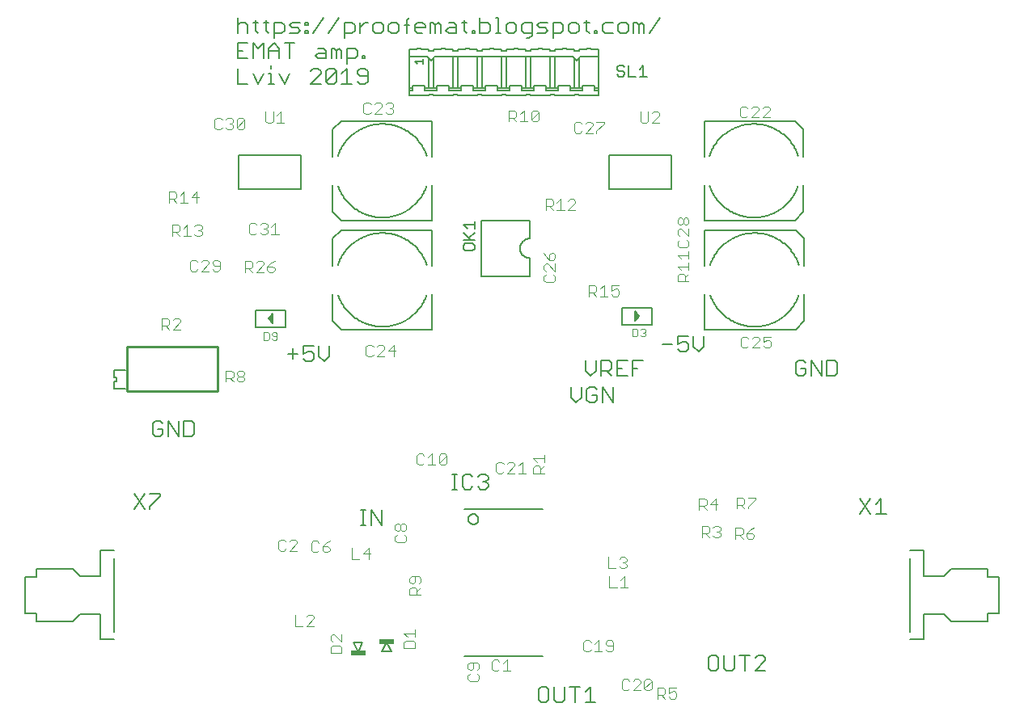
<source format=gto>
G75*
%MOIN*%
%OFA0B0*%
%FSLAX25Y25*%
%IPPOS*%
%LPD*%
%AMOC8*
5,1,8,0,0,1.08239X$1,22.5*
%
%ADD10C,0.00600*%
%ADD11C,0.00400*%
%ADD12C,0.00700*%
%ADD13C,0.00800*%
%ADD14C,0.01000*%
%ADD15C,0.00500*%
%ADD16R,0.06200X0.02400*%
D10*
X0046306Y0107284D02*
X0050577Y0113690D01*
X0052752Y0113690D02*
X0057022Y0113690D01*
X0057022Y0112622D01*
X0052752Y0108352D01*
X0052752Y0107284D01*
X0050577Y0107284D02*
X0046306Y0113690D01*
X0054874Y0137284D02*
X0057009Y0137284D01*
X0058077Y0138352D01*
X0058077Y0140487D01*
X0055941Y0140487D01*
X0053806Y0142622D02*
X0053806Y0138352D01*
X0054874Y0137284D01*
X0060252Y0137284D02*
X0060252Y0143690D01*
X0064522Y0137284D01*
X0064522Y0143690D01*
X0066697Y0143690D02*
X0069900Y0143690D01*
X0070968Y0142622D01*
X0070968Y0138352D01*
X0069900Y0137284D01*
X0066697Y0137284D01*
X0066697Y0143690D01*
X0058077Y0142622D02*
X0057009Y0143690D01*
X0054874Y0143690D01*
X0053806Y0142622D01*
X0042620Y0156969D02*
X0038093Y0156969D01*
X0038093Y0160118D01*
X0038880Y0160118D01*
X0038880Y0161693D01*
X0038093Y0161693D01*
X0038093Y0164843D01*
X0042620Y0164843D01*
X0109470Y0171487D02*
X0113740Y0171487D01*
X0115915Y0171487D02*
X0118050Y0172555D01*
X0119118Y0172555D01*
X0120186Y0171487D01*
X0120186Y0169352D01*
X0119118Y0168284D01*
X0116983Y0168284D01*
X0115915Y0169352D01*
X0115915Y0171487D02*
X0115915Y0174690D01*
X0120186Y0174690D01*
X0122361Y0174690D02*
X0122361Y0170419D01*
X0124496Y0168284D01*
X0126631Y0170419D01*
X0126631Y0174690D01*
X0111605Y0173622D02*
X0111605Y0169352D01*
X0189254Y0203516D02*
X0189254Y0226516D01*
X0209254Y0226516D01*
X0209254Y0219016D01*
X0209128Y0219014D01*
X0209003Y0219008D01*
X0208878Y0218998D01*
X0208753Y0218984D01*
X0208628Y0218967D01*
X0208504Y0218945D01*
X0208381Y0218920D01*
X0208259Y0218890D01*
X0208138Y0218857D01*
X0208018Y0218820D01*
X0207899Y0218780D01*
X0207782Y0218735D01*
X0207665Y0218687D01*
X0207551Y0218635D01*
X0207438Y0218580D01*
X0207327Y0218521D01*
X0207218Y0218459D01*
X0207111Y0218393D01*
X0207006Y0218324D01*
X0206903Y0218252D01*
X0206802Y0218177D01*
X0206704Y0218098D01*
X0206609Y0218016D01*
X0206516Y0217932D01*
X0206426Y0217844D01*
X0206338Y0217754D01*
X0206254Y0217661D01*
X0206172Y0217566D01*
X0206093Y0217468D01*
X0206018Y0217367D01*
X0205946Y0217264D01*
X0205877Y0217159D01*
X0205811Y0217052D01*
X0205749Y0216943D01*
X0205690Y0216832D01*
X0205635Y0216719D01*
X0205583Y0216605D01*
X0205535Y0216488D01*
X0205490Y0216371D01*
X0205450Y0216252D01*
X0205413Y0216132D01*
X0205380Y0216011D01*
X0205350Y0215889D01*
X0205325Y0215766D01*
X0205303Y0215642D01*
X0205286Y0215517D01*
X0205272Y0215392D01*
X0205262Y0215267D01*
X0205256Y0215142D01*
X0205254Y0215016D01*
X0205256Y0214890D01*
X0205262Y0214765D01*
X0205272Y0214640D01*
X0205286Y0214515D01*
X0205303Y0214390D01*
X0205325Y0214266D01*
X0205350Y0214143D01*
X0205380Y0214021D01*
X0205413Y0213900D01*
X0205450Y0213780D01*
X0205490Y0213661D01*
X0205535Y0213544D01*
X0205583Y0213427D01*
X0205635Y0213313D01*
X0205690Y0213200D01*
X0205749Y0213089D01*
X0205811Y0212980D01*
X0205877Y0212873D01*
X0205946Y0212768D01*
X0206018Y0212665D01*
X0206093Y0212564D01*
X0206172Y0212466D01*
X0206254Y0212371D01*
X0206338Y0212278D01*
X0206426Y0212188D01*
X0206516Y0212100D01*
X0206609Y0212016D01*
X0206704Y0211934D01*
X0206802Y0211855D01*
X0206903Y0211780D01*
X0207006Y0211708D01*
X0207111Y0211639D01*
X0207218Y0211573D01*
X0207327Y0211511D01*
X0207438Y0211452D01*
X0207551Y0211397D01*
X0207665Y0211345D01*
X0207782Y0211297D01*
X0207899Y0211252D01*
X0208018Y0211212D01*
X0208138Y0211175D01*
X0208259Y0211142D01*
X0208381Y0211112D01*
X0208504Y0211087D01*
X0208628Y0211065D01*
X0208753Y0211048D01*
X0208878Y0211034D01*
X0209003Y0211024D01*
X0209128Y0211018D01*
X0209254Y0211016D01*
X0209254Y0203516D01*
X0189254Y0203516D01*
X0232306Y0168690D02*
X0232306Y0164419D01*
X0234441Y0162284D01*
X0236577Y0164419D01*
X0236577Y0168690D01*
X0238752Y0168690D02*
X0241955Y0168690D01*
X0243022Y0167622D01*
X0243022Y0165487D01*
X0241955Y0164419D01*
X0238752Y0164419D01*
X0238752Y0162284D02*
X0238752Y0168690D01*
X0240887Y0164419D02*
X0243022Y0162284D01*
X0245197Y0162284D02*
X0249468Y0162284D01*
X0251643Y0162284D02*
X0251643Y0168690D01*
X0255913Y0168690D01*
X0253778Y0165487D02*
X0251643Y0165487D01*
X0249468Y0168690D02*
X0245197Y0168690D01*
X0245197Y0162284D01*
X0245197Y0165487D02*
X0247332Y0165487D01*
X0243468Y0157690D02*
X0243468Y0151284D01*
X0239197Y0157690D01*
X0239197Y0151284D01*
X0237022Y0152352D02*
X0237022Y0154487D01*
X0234887Y0154487D01*
X0237022Y0156622D02*
X0235955Y0157690D01*
X0233819Y0157690D01*
X0232752Y0156622D01*
X0232752Y0152352D01*
X0233819Y0151284D01*
X0235955Y0151284D01*
X0237022Y0152352D01*
X0230577Y0153419D02*
X0230577Y0157690D01*
X0230577Y0153419D02*
X0228441Y0151284D01*
X0226306Y0153419D01*
X0226306Y0157690D01*
X0263806Y0175487D02*
X0268077Y0175487D01*
X0270252Y0175487D02*
X0272387Y0176555D01*
X0273455Y0176555D01*
X0274522Y0175487D01*
X0274522Y0173352D01*
X0273455Y0172284D01*
X0271319Y0172284D01*
X0270252Y0173352D01*
X0270252Y0175487D02*
X0270252Y0178690D01*
X0274522Y0178690D01*
X0276697Y0178690D02*
X0276697Y0174419D01*
X0278832Y0172284D01*
X0280968Y0174419D01*
X0280968Y0178690D01*
X0318806Y0167622D02*
X0318806Y0163352D01*
X0319874Y0162284D01*
X0322009Y0162284D01*
X0323077Y0163352D01*
X0323077Y0165487D01*
X0320941Y0165487D01*
X0318806Y0167622D02*
X0319874Y0168690D01*
X0322009Y0168690D01*
X0323077Y0167622D01*
X0325252Y0168690D02*
X0329522Y0162284D01*
X0329522Y0168690D01*
X0331697Y0168690D02*
X0334900Y0168690D01*
X0335968Y0167622D01*
X0335968Y0163352D01*
X0334900Y0162284D01*
X0331697Y0162284D01*
X0331697Y0168690D01*
X0325252Y0168690D02*
X0325252Y0162284D01*
X0345415Y0111690D02*
X0349686Y0105284D01*
X0351861Y0105284D02*
X0356131Y0105284D01*
X0353996Y0105284D02*
X0353996Y0111690D01*
X0351861Y0109555D01*
X0349686Y0111690D02*
X0345415Y0105284D01*
X0305346Y0047190D02*
X0303210Y0047190D01*
X0302143Y0046122D01*
X0299968Y0047190D02*
X0295697Y0047190D01*
X0297832Y0047190D02*
X0297832Y0040784D01*
X0302143Y0040784D02*
X0306413Y0045055D01*
X0306413Y0046122D01*
X0305346Y0047190D01*
X0306413Y0040784D02*
X0302143Y0040784D01*
X0293522Y0041852D02*
X0293522Y0047190D01*
X0289252Y0047190D02*
X0289252Y0041852D01*
X0290319Y0040784D01*
X0292455Y0040784D01*
X0293522Y0041852D01*
X0287077Y0041852D02*
X0287077Y0046122D01*
X0286009Y0047190D01*
X0283874Y0047190D01*
X0282806Y0046122D01*
X0282806Y0041852D01*
X0283874Y0040784D01*
X0286009Y0040784D01*
X0287077Y0041852D01*
X0236413Y0027784D02*
X0232143Y0027784D01*
X0234278Y0027784D02*
X0234278Y0034190D01*
X0232143Y0032055D01*
X0229968Y0034190D02*
X0225697Y0034190D01*
X0227832Y0034190D02*
X0227832Y0027784D01*
X0223522Y0028852D02*
X0223522Y0034190D01*
X0219252Y0034190D02*
X0219252Y0028852D01*
X0220319Y0027784D01*
X0222455Y0027784D01*
X0223522Y0028852D01*
X0217077Y0028852D02*
X0216009Y0027784D01*
X0213874Y0027784D01*
X0212806Y0028852D01*
X0212806Y0033122D01*
X0213874Y0034190D01*
X0216009Y0034190D01*
X0217077Y0033122D01*
X0217077Y0028852D01*
X0214707Y0046783D02*
X0182306Y0046783D01*
X0148131Y0100784D02*
X0148131Y0107190D01*
X0143861Y0107190D02*
X0148131Y0100784D01*
X0143861Y0100784D02*
X0143861Y0107190D01*
X0141699Y0107190D02*
X0139564Y0107190D01*
X0140631Y0107190D02*
X0140631Y0100784D01*
X0139564Y0100784D02*
X0141699Y0100784D01*
X0182306Y0107283D02*
X0214707Y0107283D01*
X0183906Y0103284D02*
X0183908Y0103376D01*
X0183914Y0103467D01*
X0183924Y0103558D01*
X0183938Y0103649D01*
X0183956Y0103739D01*
X0183978Y0103828D01*
X0184003Y0103915D01*
X0184033Y0104002D01*
X0184066Y0104088D01*
X0184103Y0104171D01*
X0184143Y0104254D01*
X0184187Y0104334D01*
X0184235Y0104412D01*
X0184286Y0104489D01*
X0184340Y0104562D01*
X0184397Y0104634D01*
X0184458Y0104703D01*
X0184521Y0104769D01*
X0184587Y0104832D01*
X0184656Y0104893D01*
X0184728Y0104950D01*
X0184801Y0105004D01*
X0184878Y0105055D01*
X0184956Y0105103D01*
X0185036Y0105147D01*
X0185119Y0105187D01*
X0185202Y0105224D01*
X0185288Y0105257D01*
X0185375Y0105287D01*
X0185462Y0105312D01*
X0185551Y0105334D01*
X0185641Y0105352D01*
X0185732Y0105366D01*
X0185823Y0105376D01*
X0185914Y0105382D01*
X0186006Y0105384D01*
X0186098Y0105382D01*
X0186189Y0105376D01*
X0186280Y0105366D01*
X0186371Y0105352D01*
X0186461Y0105334D01*
X0186550Y0105312D01*
X0186637Y0105287D01*
X0186724Y0105257D01*
X0186810Y0105224D01*
X0186893Y0105187D01*
X0186976Y0105147D01*
X0187056Y0105103D01*
X0187134Y0105055D01*
X0187211Y0105004D01*
X0187284Y0104950D01*
X0187356Y0104893D01*
X0187425Y0104832D01*
X0187491Y0104769D01*
X0187554Y0104703D01*
X0187615Y0104634D01*
X0187672Y0104562D01*
X0187726Y0104489D01*
X0187777Y0104412D01*
X0187825Y0104334D01*
X0187869Y0104254D01*
X0187909Y0104171D01*
X0187946Y0104088D01*
X0187979Y0104002D01*
X0188009Y0103915D01*
X0188034Y0103828D01*
X0188056Y0103739D01*
X0188074Y0103649D01*
X0188088Y0103558D01*
X0188098Y0103467D01*
X0188104Y0103376D01*
X0188106Y0103284D01*
X0188104Y0103192D01*
X0188098Y0103101D01*
X0188088Y0103010D01*
X0188074Y0102919D01*
X0188056Y0102829D01*
X0188034Y0102740D01*
X0188009Y0102653D01*
X0187979Y0102566D01*
X0187946Y0102480D01*
X0187909Y0102397D01*
X0187869Y0102314D01*
X0187825Y0102234D01*
X0187777Y0102156D01*
X0187726Y0102079D01*
X0187672Y0102006D01*
X0187615Y0101934D01*
X0187554Y0101865D01*
X0187491Y0101799D01*
X0187425Y0101736D01*
X0187356Y0101675D01*
X0187284Y0101618D01*
X0187211Y0101564D01*
X0187134Y0101513D01*
X0187056Y0101465D01*
X0186976Y0101421D01*
X0186893Y0101381D01*
X0186810Y0101344D01*
X0186724Y0101311D01*
X0186637Y0101281D01*
X0186550Y0101256D01*
X0186461Y0101234D01*
X0186371Y0101216D01*
X0186280Y0101202D01*
X0186189Y0101192D01*
X0186098Y0101186D01*
X0186006Y0101184D01*
X0185914Y0101186D01*
X0185823Y0101192D01*
X0185732Y0101202D01*
X0185641Y0101216D01*
X0185551Y0101234D01*
X0185462Y0101256D01*
X0185375Y0101281D01*
X0185288Y0101311D01*
X0185202Y0101344D01*
X0185119Y0101381D01*
X0185036Y0101421D01*
X0184956Y0101465D01*
X0184878Y0101513D01*
X0184801Y0101564D01*
X0184728Y0101618D01*
X0184656Y0101675D01*
X0184587Y0101736D01*
X0184521Y0101799D01*
X0184458Y0101865D01*
X0184397Y0101934D01*
X0184340Y0102006D01*
X0184286Y0102079D01*
X0184235Y0102156D01*
X0184187Y0102234D01*
X0184143Y0102314D01*
X0184103Y0102397D01*
X0184066Y0102480D01*
X0184033Y0102566D01*
X0184003Y0102653D01*
X0183978Y0102740D01*
X0183956Y0102829D01*
X0183938Y0102919D01*
X0183924Y0103010D01*
X0183914Y0103101D01*
X0183908Y0103192D01*
X0183906Y0103284D01*
X0187506Y0277984D02*
X0179506Y0277984D01*
X0179506Y0278484D01*
X0177506Y0278484D01*
X0177506Y0277984D01*
X0169506Y0277984D01*
X0169506Y0278484D01*
X0167506Y0278484D01*
X0167506Y0277984D01*
X0159506Y0277984D01*
X0159506Y0279984D01*
X0159506Y0280984D01*
X0161006Y0280984D01*
X0161006Y0281984D01*
X0166006Y0281984D01*
X0166006Y0280984D01*
X0167506Y0280984D01*
X0167506Y0293484D01*
X0168506Y0292484D01*
X0169506Y0293484D01*
X0169506Y0280984D01*
X0171006Y0280984D01*
X0171006Y0281984D01*
X0176006Y0281984D01*
X0176006Y0280984D01*
X0177506Y0280984D01*
X0177506Y0293984D01*
X0179506Y0293984D01*
X0187506Y0293984D01*
X0189506Y0293984D01*
X0197506Y0293984D01*
X0199506Y0293984D01*
X0207506Y0293984D01*
X0209506Y0293984D01*
X0217506Y0293984D01*
X0219506Y0293984D01*
X0227006Y0293984D01*
X0227506Y0293484D01*
X0227506Y0280984D01*
X0229506Y0280984D01*
X0229506Y0293484D01*
X0230006Y0293984D01*
X0237506Y0293984D01*
X0237506Y0280984D01*
X0237506Y0279984D01*
X0236006Y0279984D01*
X0236006Y0280984D01*
X0236006Y0281984D01*
X0231006Y0281984D01*
X0231006Y0280984D01*
X0229506Y0280984D01*
X0231006Y0280984D02*
X0231006Y0279984D01*
X0226006Y0279984D01*
X0226006Y0280984D01*
X0227506Y0280984D01*
X0226006Y0280984D02*
X0226006Y0281984D01*
X0221006Y0281984D01*
X0221006Y0280984D01*
X0219506Y0280984D01*
X0219506Y0293984D01*
X0217506Y0293984D02*
X0217506Y0280984D01*
X0219506Y0280984D01*
X0221006Y0280984D02*
X0221006Y0279984D01*
X0216006Y0279984D01*
X0216006Y0280984D01*
X0217506Y0280984D01*
X0216006Y0280984D02*
X0216006Y0281984D01*
X0211006Y0281984D01*
X0211006Y0280984D01*
X0209506Y0280984D01*
X0209506Y0293984D01*
X0207506Y0293984D02*
X0207506Y0280984D01*
X0209506Y0280984D01*
X0211006Y0280984D02*
X0211006Y0279984D01*
X0206006Y0279984D01*
X0206006Y0280984D01*
X0207506Y0280984D01*
X0206006Y0280984D02*
X0206006Y0281984D01*
X0201006Y0281984D01*
X0201006Y0280984D01*
X0199506Y0280984D01*
X0199506Y0293984D01*
X0197506Y0293984D02*
X0197506Y0280984D01*
X0199506Y0280984D01*
X0201006Y0280984D02*
X0201006Y0279984D01*
X0196006Y0279984D01*
X0196006Y0280984D01*
X0197506Y0280984D01*
X0196006Y0280984D02*
X0196006Y0281984D01*
X0191006Y0281984D01*
X0191006Y0280984D01*
X0189506Y0280984D01*
X0187506Y0280984D01*
X0186006Y0280984D01*
X0186006Y0281984D01*
X0181006Y0281984D01*
X0181006Y0280984D01*
X0179506Y0280984D01*
X0179506Y0293984D01*
X0177506Y0293984D02*
X0170006Y0293984D01*
X0169506Y0293484D01*
X0167506Y0293484D02*
X0167006Y0293984D01*
X0159506Y0293984D01*
X0159506Y0280984D01*
X0159506Y0279984D02*
X0161006Y0279984D01*
X0161006Y0280984D01*
X0166006Y0280984D02*
X0166006Y0279984D01*
X0171006Y0279984D01*
X0171006Y0280984D01*
X0169506Y0280984D02*
X0167506Y0280984D01*
X0176006Y0280984D02*
X0176006Y0279984D01*
X0181006Y0279984D01*
X0181006Y0280984D01*
X0179506Y0280984D02*
X0177506Y0280984D01*
X0186006Y0280984D02*
X0186006Y0279984D01*
X0191006Y0279984D01*
X0191006Y0280984D01*
X0189506Y0280984D02*
X0189506Y0293984D01*
X0187506Y0293984D02*
X0187506Y0280984D01*
X0187506Y0278484D02*
X0189506Y0278484D01*
X0189506Y0277984D01*
X0197506Y0277984D01*
X0197506Y0278484D01*
X0199506Y0278484D01*
X0199506Y0277984D01*
X0207506Y0277984D01*
X0207506Y0278484D01*
X0209506Y0278484D01*
X0209506Y0277984D01*
X0217506Y0277984D01*
X0217506Y0278484D01*
X0219506Y0278484D01*
X0219506Y0277984D01*
X0227506Y0277984D01*
X0227506Y0278484D01*
X0229506Y0278484D01*
X0229506Y0277984D01*
X0237506Y0277984D01*
X0237506Y0279984D01*
X0237506Y0280984D02*
X0236006Y0280984D01*
X0228506Y0292484D02*
X0227506Y0293484D01*
X0228506Y0292484D02*
X0229506Y0293484D01*
X0229506Y0296484D02*
X0227506Y0296484D01*
X0227506Y0296984D01*
X0224506Y0296984D01*
X0224506Y0297484D01*
X0222506Y0297484D01*
X0222506Y0296984D01*
X0219506Y0296984D01*
X0219506Y0296484D01*
X0217506Y0296484D01*
X0217506Y0296984D01*
X0214506Y0296984D01*
X0214506Y0297484D01*
X0212506Y0297484D01*
X0212506Y0296984D01*
X0209506Y0296984D01*
X0209506Y0296484D01*
X0207506Y0296484D01*
X0207506Y0296984D01*
X0204506Y0296984D01*
X0204506Y0297484D01*
X0202506Y0297484D01*
X0202506Y0296984D01*
X0199506Y0296984D01*
X0199506Y0296484D01*
X0197506Y0296484D01*
X0197506Y0296984D01*
X0194506Y0296984D01*
X0194506Y0297484D01*
X0192506Y0297484D01*
X0192506Y0296984D01*
X0189506Y0296984D01*
X0189506Y0296484D01*
X0187506Y0296484D01*
X0187506Y0296984D01*
X0184506Y0296984D01*
X0184506Y0297484D01*
X0182506Y0297484D01*
X0182506Y0296984D01*
X0179506Y0296984D01*
X0179506Y0296484D01*
X0177506Y0296484D01*
X0177506Y0296984D01*
X0174506Y0296984D01*
X0174506Y0297484D01*
X0172506Y0297484D01*
X0172506Y0296984D01*
X0169506Y0296984D01*
X0169506Y0296484D01*
X0167506Y0296484D01*
X0167506Y0296984D01*
X0164506Y0296984D01*
X0164506Y0297484D01*
X0162506Y0297484D01*
X0162506Y0296984D01*
X0159506Y0296984D01*
X0159506Y0293984D01*
X0158626Y0303784D02*
X0158626Y0309122D01*
X0159693Y0310190D01*
X0159693Y0306987D02*
X0157558Y0306987D01*
X0155383Y0306987D02*
X0154316Y0308055D01*
X0152180Y0308055D01*
X0151113Y0306987D01*
X0151113Y0304852D01*
X0152180Y0303784D01*
X0154316Y0303784D01*
X0155383Y0304852D01*
X0155383Y0306987D01*
X0148938Y0306987D02*
X0148938Y0304852D01*
X0147870Y0303784D01*
X0145735Y0303784D01*
X0144667Y0304852D01*
X0144667Y0306987D01*
X0145735Y0308055D01*
X0147870Y0308055D01*
X0148938Y0306987D01*
X0142499Y0308055D02*
X0141431Y0308055D01*
X0139296Y0305919D01*
X0139296Y0303784D02*
X0139296Y0308055D01*
X0137121Y0306987D02*
X0137121Y0304852D01*
X0136053Y0303784D01*
X0132851Y0303784D01*
X0132851Y0301649D02*
X0132851Y0308055D01*
X0136053Y0308055D01*
X0137121Y0306987D01*
X0130675Y0310190D02*
X0126405Y0303784D01*
X0127479Y0297555D02*
X0128547Y0297555D01*
X0129614Y0296487D01*
X0130682Y0297555D01*
X0131750Y0296487D01*
X0131750Y0293284D01*
X0129614Y0293284D02*
X0129614Y0296487D01*
X0127479Y0297555D02*
X0127479Y0293284D01*
X0125304Y0293284D02*
X0122101Y0293284D01*
X0121034Y0294352D01*
X0122101Y0295419D01*
X0125304Y0295419D01*
X0125304Y0296487D02*
X0125304Y0293284D01*
X0125304Y0296487D02*
X0124237Y0297555D01*
X0122101Y0297555D01*
X0119960Y0303784D02*
X0124230Y0310190D01*
X0117804Y0308055D02*
X0117804Y0306987D01*
X0116737Y0306987D01*
X0116737Y0308055D01*
X0117804Y0308055D01*
X0117804Y0304852D02*
X0116737Y0304852D01*
X0116737Y0303784D01*
X0117804Y0303784D01*
X0117804Y0304852D01*
X0114562Y0304852D02*
X0113494Y0305919D01*
X0111359Y0305919D01*
X0110291Y0306987D01*
X0111359Y0308055D01*
X0114562Y0308055D01*
X0114562Y0304852D02*
X0113494Y0303784D01*
X0110291Y0303784D01*
X0108116Y0304852D02*
X0108116Y0306987D01*
X0107049Y0308055D01*
X0103846Y0308055D01*
X0103846Y0301649D01*
X0103832Y0299690D02*
X0105968Y0297555D01*
X0105968Y0293284D01*
X0105968Y0296487D02*
X0101697Y0296487D01*
X0101697Y0297555D02*
X0101697Y0293284D01*
X0099522Y0293284D02*
X0099522Y0299690D01*
X0097387Y0297555D01*
X0095252Y0299690D01*
X0095252Y0293284D01*
X0093077Y0293284D02*
X0088806Y0293284D01*
X0088806Y0299690D01*
X0093077Y0299690D01*
X0090941Y0296487D02*
X0088806Y0296487D01*
X0088806Y0289190D02*
X0088806Y0282784D01*
X0093077Y0282784D01*
X0097387Y0282784D02*
X0095252Y0287055D01*
X0099522Y0287055D02*
X0097387Y0282784D01*
X0101697Y0282784D02*
X0103832Y0282784D01*
X0102765Y0282784D02*
X0102765Y0287055D01*
X0101697Y0287055D01*
X0102765Y0289190D02*
X0102765Y0290257D01*
X0105994Y0287055D02*
X0108129Y0282784D01*
X0110265Y0287055D01*
X0110278Y0293284D02*
X0110278Y0299690D01*
X0108143Y0299690D02*
X0112413Y0299690D01*
X0108116Y0304852D02*
X0107049Y0303784D01*
X0103846Y0303784D01*
X0101684Y0303784D02*
X0100616Y0304852D01*
X0100616Y0309122D01*
X0099549Y0308055D02*
X0101684Y0308055D01*
X0097387Y0308055D02*
X0095252Y0308055D01*
X0096319Y0309122D02*
X0096319Y0304852D01*
X0097387Y0303784D01*
X0093077Y0303784D02*
X0093077Y0306987D01*
X0092009Y0308055D01*
X0089874Y0308055D01*
X0088806Y0306987D01*
X0088806Y0310190D02*
X0088806Y0303784D01*
X0101697Y0297555D02*
X0103832Y0299690D01*
X0118885Y0288122D02*
X0119953Y0289190D01*
X0122088Y0289190D01*
X0123156Y0288122D01*
X0123156Y0287055D01*
X0118885Y0282784D01*
X0123156Y0282784D01*
X0125331Y0283852D02*
X0129601Y0288122D01*
X0129601Y0283852D01*
X0128534Y0282784D01*
X0126398Y0282784D01*
X0125331Y0283852D01*
X0125331Y0288122D01*
X0126398Y0289190D01*
X0128534Y0289190D01*
X0129601Y0288122D01*
X0131776Y0287055D02*
X0133911Y0289190D01*
X0133911Y0282784D01*
X0131776Y0282784D02*
X0136047Y0282784D01*
X0138222Y0283852D02*
X0139289Y0282784D01*
X0141425Y0282784D01*
X0142492Y0283852D01*
X0142492Y0288122D01*
X0141425Y0289190D01*
X0139289Y0289190D01*
X0138222Y0288122D01*
X0138222Y0287055D01*
X0139289Y0285987D01*
X0142492Y0285987D01*
X0141438Y0293284D02*
X0140370Y0293284D01*
X0140370Y0294352D01*
X0141438Y0294352D01*
X0141438Y0293284D01*
X0138195Y0294352D02*
X0137128Y0293284D01*
X0133925Y0293284D01*
X0133925Y0291149D02*
X0133925Y0297555D01*
X0137128Y0297555D01*
X0138195Y0296487D01*
X0138195Y0294352D01*
X0161855Y0304852D02*
X0161855Y0306987D01*
X0162923Y0308055D01*
X0165058Y0308055D01*
X0166126Y0306987D01*
X0166126Y0305919D01*
X0161855Y0305919D01*
X0161855Y0304852D02*
X0162923Y0303784D01*
X0165058Y0303784D01*
X0168301Y0303784D02*
X0168301Y0308055D01*
X0169368Y0308055D01*
X0170436Y0306987D01*
X0171503Y0308055D01*
X0172571Y0306987D01*
X0172571Y0303784D01*
X0170436Y0303784D02*
X0170436Y0306987D01*
X0174746Y0304852D02*
X0175814Y0305919D01*
X0179017Y0305919D01*
X0179017Y0306987D02*
X0179017Y0303784D01*
X0175814Y0303784D01*
X0174746Y0304852D01*
X0175814Y0308055D02*
X0177949Y0308055D01*
X0179017Y0306987D01*
X0181192Y0308055D02*
X0183327Y0308055D01*
X0182259Y0309122D02*
X0182259Y0304852D01*
X0183327Y0303784D01*
X0185489Y0303784D02*
X0186556Y0303784D01*
X0186556Y0304852D01*
X0185489Y0304852D01*
X0185489Y0303784D01*
X0188712Y0303784D02*
X0191914Y0303784D01*
X0192982Y0304852D01*
X0192982Y0306987D01*
X0191914Y0308055D01*
X0188712Y0308055D01*
X0188712Y0310190D02*
X0188712Y0303784D01*
X0195157Y0303784D02*
X0197292Y0303784D01*
X0196225Y0303784D02*
X0196225Y0310190D01*
X0195157Y0310190D01*
X0199454Y0306987D02*
X0199454Y0304852D01*
X0200522Y0303784D01*
X0202657Y0303784D01*
X0203724Y0304852D01*
X0203724Y0306987D01*
X0202657Y0308055D01*
X0200522Y0308055D01*
X0199454Y0306987D01*
X0205899Y0306987D02*
X0205899Y0304852D01*
X0206967Y0303784D01*
X0210170Y0303784D01*
X0210170Y0302717D02*
X0209102Y0301649D01*
X0208035Y0301649D01*
X0210170Y0302717D02*
X0210170Y0308055D01*
X0206967Y0308055D01*
X0205899Y0306987D01*
X0212345Y0306987D02*
X0213413Y0305919D01*
X0215548Y0305919D01*
X0216615Y0304852D01*
X0215548Y0303784D01*
X0212345Y0303784D01*
X0212345Y0306987D02*
X0213413Y0308055D01*
X0216615Y0308055D01*
X0218790Y0308055D02*
X0221993Y0308055D01*
X0223061Y0306987D01*
X0223061Y0304852D01*
X0221993Y0303784D01*
X0218790Y0303784D01*
X0218790Y0301649D02*
X0218790Y0308055D01*
X0225236Y0306987D02*
X0225236Y0304852D01*
X0226304Y0303784D01*
X0228439Y0303784D01*
X0229506Y0304852D01*
X0229506Y0306987D01*
X0228439Y0308055D01*
X0226304Y0308055D01*
X0225236Y0306987D01*
X0231681Y0308055D02*
X0233817Y0308055D01*
X0232749Y0309122D02*
X0232749Y0304852D01*
X0233817Y0303784D01*
X0235978Y0303784D02*
X0237046Y0303784D01*
X0237046Y0304852D01*
X0235978Y0304852D01*
X0235978Y0303784D01*
X0239201Y0304852D02*
X0239201Y0306987D01*
X0240269Y0308055D01*
X0243472Y0308055D01*
X0245647Y0306987D02*
X0245647Y0304852D01*
X0246714Y0303784D01*
X0248849Y0303784D01*
X0249917Y0304852D01*
X0249917Y0306987D01*
X0248849Y0308055D01*
X0246714Y0308055D01*
X0245647Y0306987D01*
X0243472Y0303784D02*
X0240269Y0303784D01*
X0239201Y0304852D01*
X0237506Y0296984D02*
X0234506Y0296984D01*
X0234506Y0297484D01*
X0232506Y0297484D01*
X0232506Y0296984D01*
X0229506Y0296984D01*
X0229506Y0296484D01*
X0237506Y0296984D02*
X0237506Y0293984D01*
X0252092Y0303784D02*
X0252092Y0308055D01*
X0253160Y0308055D01*
X0254227Y0306987D01*
X0255295Y0308055D01*
X0256363Y0306987D01*
X0256363Y0303784D01*
X0254227Y0303784D02*
X0254227Y0306987D01*
X0258538Y0303784D02*
X0262808Y0310190D01*
X0187506Y0278484D02*
X0187506Y0277984D01*
D11*
X0200647Y0271875D02*
X0202949Y0271875D01*
X0203717Y0271107D01*
X0203717Y0269573D01*
X0202949Y0268805D01*
X0200647Y0268805D01*
X0200647Y0267271D02*
X0200647Y0271875D01*
X0202182Y0268805D02*
X0203717Y0267271D01*
X0205251Y0267271D02*
X0208320Y0267271D01*
X0206786Y0267271D02*
X0206786Y0271875D01*
X0205251Y0270340D01*
X0209855Y0271107D02*
X0210622Y0271875D01*
X0212157Y0271875D01*
X0212924Y0271107D01*
X0209855Y0268038D01*
X0210622Y0267271D01*
X0212157Y0267271D01*
X0212924Y0268038D01*
X0212924Y0271107D01*
X0209855Y0271107D02*
X0209855Y0268038D01*
X0227517Y0266407D02*
X0227517Y0263337D01*
X0228285Y0262570D01*
X0229819Y0262570D01*
X0230587Y0263337D01*
X0232121Y0262570D02*
X0235191Y0265639D01*
X0235191Y0266407D01*
X0234423Y0267174D01*
X0232889Y0267174D01*
X0232121Y0266407D01*
X0230587Y0266407D02*
X0229819Y0267174D01*
X0228285Y0267174D01*
X0227517Y0266407D01*
X0232121Y0262570D02*
X0235191Y0262570D01*
X0236725Y0262570D02*
X0236725Y0263337D01*
X0239794Y0266407D01*
X0239794Y0267174D01*
X0236725Y0267174D01*
X0255006Y0267552D02*
X0255774Y0266784D01*
X0257308Y0266784D01*
X0258076Y0267552D01*
X0258076Y0271388D01*
X0259610Y0270621D02*
X0260378Y0271388D01*
X0261912Y0271388D01*
X0262680Y0270621D01*
X0262680Y0269854D01*
X0259610Y0266784D01*
X0262680Y0266784D01*
X0255006Y0267552D02*
X0255006Y0271388D01*
X0295980Y0272793D02*
X0295980Y0269723D01*
X0296747Y0268956D01*
X0298281Y0268956D01*
X0299049Y0269723D01*
X0300583Y0268956D02*
X0303653Y0272025D01*
X0303653Y0272793D01*
X0302885Y0273560D01*
X0301351Y0273560D01*
X0300583Y0272793D01*
X0299049Y0272793D02*
X0298281Y0273560D01*
X0296747Y0273560D01*
X0295980Y0272793D01*
X0300583Y0268956D02*
X0303653Y0268956D01*
X0305187Y0268956D02*
X0308257Y0272025D01*
X0308257Y0272793D01*
X0307489Y0273560D01*
X0305955Y0273560D01*
X0305187Y0272793D01*
X0305187Y0268956D02*
X0308257Y0268956D01*
X0273992Y0227657D02*
X0274759Y0226890D01*
X0274759Y0225355D01*
X0273992Y0224588D01*
X0273224Y0224588D01*
X0272457Y0225355D01*
X0272457Y0226890D01*
X0273224Y0227657D01*
X0273992Y0227657D01*
X0272457Y0226890D02*
X0271690Y0227657D01*
X0270922Y0227657D01*
X0270155Y0226890D01*
X0270155Y0225355D01*
X0270922Y0224588D01*
X0271690Y0224588D01*
X0272457Y0225355D01*
X0271690Y0223054D02*
X0270922Y0223054D01*
X0270155Y0222286D01*
X0270155Y0220752D01*
X0270922Y0219984D01*
X0270922Y0218450D02*
X0270155Y0217682D01*
X0270155Y0216148D01*
X0270922Y0215380D01*
X0273992Y0215380D01*
X0274759Y0216148D01*
X0274759Y0217682D01*
X0273992Y0218450D01*
X0274759Y0219984D02*
X0271690Y0223054D01*
X0274759Y0223054D02*
X0274759Y0219984D01*
X0274759Y0213709D02*
X0274759Y0210639D01*
X0274759Y0209105D02*
X0274759Y0206035D01*
X0274759Y0204501D02*
X0273224Y0202966D01*
X0273224Y0203733D02*
X0273224Y0201432D01*
X0274759Y0201432D02*
X0270155Y0201432D01*
X0270155Y0203733D01*
X0270922Y0204501D01*
X0272457Y0204501D01*
X0273224Y0203733D01*
X0271690Y0206035D02*
X0270155Y0207570D01*
X0274759Y0207570D01*
X0271690Y0210639D02*
X0270155Y0212174D01*
X0274759Y0212174D01*
X0245983Y0199788D02*
X0242914Y0199788D01*
X0242914Y0197486D01*
X0244449Y0198254D01*
X0245216Y0198254D01*
X0245983Y0197486D01*
X0245983Y0195952D01*
X0245216Y0195184D01*
X0243681Y0195184D01*
X0242914Y0195952D01*
X0241380Y0195184D02*
X0238310Y0195184D01*
X0236776Y0195184D02*
X0235241Y0196719D01*
X0236008Y0196719D02*
X0233706Y0196719D01*
X0233706Y0195184D02*
X0233706Y0199788D01*
X0236008Y0199788D01*
X0236776Y0199021D01*
X0236776Y0197486D01*
X0236008Y0196719D01*
X0238310Y0198254D02*
X0239845Y0199788D01*
X0239845Y0195184D01*
X0251706Y0181787D02*
X0253258Y0181787D01*
X0253775Y0181270D01*
X0253775Y0179201D01*
X0253258Y0178684D01*
X0251706Y0178684D01*
X0251706Y0181787D01*
X0254929Y0181270D02*
X0255446Y0181787D01*
X0256480Y0181787D01*
X0256997Y0181270D01*
X0256997Y0180753D01*
X0256480Y0180236D01*
X0256997Y0179718D01*
X0256997Y0179201D01*
X0256480Y0178684D01*
X0255446Y0178684D01*
X0254929Y0179201D01*
X0255963Y0180236D02*
X0256480Y0180236D01*
X0219692Y0201711D02*
X0218925Y0200943D01*
X0215856Y0200943D01*
X0215088Y0201711D01*
X0215088Y0203245D01*
X0215856Y0204013D01*
X0215856Y0205547D02*
X0215088Y0206315D01*
X0215088Y0207849D01*
X0215856Y0208617D01*
X0216623Y0208617D01*
X0219692Y0205547D01*
X0219692Y0208617D01*
X0218925Y0210151D02*
X0219692Y0210918D01*
X0219692Y0212453D01*
X0218925Y0213220D01*
X0218157Y0213220D01*
X0217390Y0212453D01*
X0217390Y0210151D01*
X0218925Y0210151D01*
X0217390Y0210151D02*
X0215856Y0211686D01*
X0215088Y0213220D01*
X0218925Y0204013D02*
X0219692Y0203245D01*
X0219692Y0201711D01*
X0220435Y0230731D02*
X0223505Y0230731D01*
X0225039Y0230731D02*
X0228109Y0233801D01*
X0228109Y0234568D01*
X0227341Y0235335D01*
X0225807Y0235335D01*
X0225039Y0234568D01*
X0221970Y0235335D02*
X0221970Y0230731D01*
X0218901Y0230731D02*
X0217366Y0232266D01*
X0218133Y0232266D02*
X0215832Y0232266D01*
X0215832Y0230731D02*
X0215832Y0235335D01*
X0218133Y0235335D01*
X0218901Y0234568D01*
X0218901Y0233033D01*
X0218133Y0232266D01*
X0220435Y0233801D02*
X0221970Y0235335D01*
X0225039Y0230731D02*
X0228109Y0230731D01*
X0296280Y0177793D02*
X0296280Y0174723D01*
X0297047Y0173956D01*
X0298581Y0173956D01*
X0299349Y0174723D01*
X0300883Y0173956D02*
X0303953Y0177025D01*
X0303953Y0177793D01*
X0303185Y0178560D01*
X0301651Y0178560D01*
X0300883Y0177793D01*
X0299349Y0177793D02*
X0298581Y0178560D01*
X0297047Y0178560D01*
X0296280Y0177793D01*
X0300883Y0173956D02*
X0303953Y0173956D01*
X0305487Y0174723D02*
X0306255Y0173956D01*
X0307789Y0173956D01*
X0308557Y0174723D01*
X0308557Y0176258D01*
X0307789Y0177025D01*
X0307022Y0177025D01*
X0305487Y0176258D01*
X0305487Y0178560D01*
X0308557Y0178560D01*
X0302320Y0112186D02*
X0302320Y0111418D01*
X0299251Y0108349D01*
X0299251Y0107582D01*
X0297717Y0107582D02*
X0296182Y0109117D01*
X0296949Y0109117D02*
X0294647Y0109117D01*
X0294647Y0107582D02*
X0294647Y0112186D01*
X0296949Y0112186D01*
X0297717Y0111418D01*
X0297717Y0109884D01*
X0296949Y0109117D01*
X0299251Y0112186D02*
X0302320Y0112186D01*
X0301731Y0099831D02*
X0300196Y0099064D01*
X0298661Y0097530D01*
X0300963Y0097530D01*
X0301731Y0096762D01*
X0301731Y0095995D01*
X0300963Y0095228D01*
X0299429Y0095228D01*
X0298661Y0095995D01*
X0298661Y0097530D01*
X0297127Y0097530D02*
X0296359Y0096762D01*
X0294057Y0096762D01*
X0294057Y0095228D02*
X0294057Y0099831D01*
X0296359Y0099831D01*
X0297127Y0099064D01*
X0297127Y0097530D01*
X0295592Y0096762D02*
X0297127Y0095228D01*
X0287820Y0096526D02*
X0287053Y0095759D01*
X0285518Y0095759D01*
X0284751Y0096526D01*
X0283217Y0095759D02*
X0281682Y0097294D01*
X0282449Y0097294D02*
X0280147Y0097294D01*
X0280147Y0095759D02*
X0280147Y0100363D01*
X0282449Y0100363D01*
X0283217Y0099596D01*
X0283217Y0098061D01*
X0282449Y0097294D01*
X0284751Y0099596D02*
X0285518Y0100363D01*
X0287053Y0100363D01*
X0287820Y0099596D01*
X0287820Y0098828D01*
X0287053Y0098061D01*
X0287820Y0097294D01*
X0287820Y0096526D01*
X0287053Y0098061D02*
X0286286Y0098061D01*
X0285963Y0107169D02*
X0285963Y0111772D01*
X0283661Y0109470D01*
X0286731Y0109470D01*
X0282127Y0109470D02*
X0281359Y0108703D01*
X0279057Y0108703D01*
X0279057Y0107169D02*
X0279057Y0111772D01*
X0281359Y0111772D01*
X0282127Y0111005D01*
X0282127Y0109470D01*
X0280592Y0108703D02*
X0282127Y0107169D01*
X0249183Y0086808D02*
X0249183Y0086041D01*
X0248416Y0085274D01*
X0249183Y0084506D01*
X0249183Y0083739D01*
X0248416Y0082972D01*
X0246881Y0082972D01*
X0246114Y0083739D01*
X0244580Y0082972D02*
X0241510Y0082972D01*
X0241510Y0087576D01*
X0246114Y0086808D02*
X0246881Y0087576D01*
X0248416Y0087576D01*
X0249183Y0086808D01*
X0248416Y0085274D02*
X0247649Y0085274D01*
X0248196Y0079595D02*
X0248196Y0074991D01*
X0246661Y0074991D02*
X0249731Y0074991D01*
X0246661Y0078061D02*
X0248196Y0079595D01*
X0245127Y0074991D02*
X0242057Y0074991D01*
X0242057Y0079595D01*
X0241370Y0053288D02*
X0240602Y0052521D01*
X0240602Y0051754D01*
X0241370Y0050986D01*
X0243672Y0050986D01*
X0243672Y0049452D02*
X0243672Y0052521D01*
X0242904Y0053288D01*
X0241370Y0053288D01*
X0237533Y0053288D02*
X0237533Y0048684D01*
X0235998Y0048684D02*
X0239068Y0048684D01*
X0240602Y0049452D02*
X0241370Y0048684D01*
X0242904Y0048684D01*
X0243672Y0049452D01*
X0237533Y0053288D02*
X0235998Y0051754D01*
X0234464Y0052521D02*
X0233696Y0053288D01*
X0232162Y0053288D01*
X0231395Y0052521D01*
X0231395Y0049452D01*
X0232162Y0048684D01*
X0233696Y0048684D01*
X0234464Y0049452D01*
X0247206Y0036521D02*
X0247206Y0033452D01*
X0247974Y0032684D01*
X0249508Y0032684D01*
X0250276Y0033452D01*
X0251810Y0032684D02*
X0254880Y0035754D01*
X0254880Y0036521D01*
X0254112Y0037288D01*
X0252578Y0037288D01*
X0251810Y0036521D01*
X0250276Y0036521D02*
X0249508Y0037288D01*
X0247974Y0037288D01*
X0247206Y0036521D01*
X0251810Y0032684D02*
X0254880Y0032684D01*
X0256414Y0033452D02*
X0259483Y0036521D01*
X0259483Y0033452D01*
X0258716Y0032684D01*
X0257181Y0032684D01*
X0256414Y0033452D01*
X0256414Y0036521D01*
X0257181Y0037288D01*
X0258716Y0037288D01*
X0259483Y0036521D01*
X0261998Y0033788D02*
X0264300Y0033788D01*
X0265068Y0033021D01*
X0265068Y0031486D01*
X0264300Y0030719D01*
X0261998Y0030719D01*
X0261998Y0029184D02*
X0261998Y0033788D01*
X0263533Y0030719D02*
X0265068Y0029184D01*
X0266602Y0029952D02*
X0267370Y0029184D01*
X0268904Y0029184D01*
X0269672Y0029952D01*
X0269672Y0031486D01*
X0268904Y0032254D01*
X0268137Y0032254D01*
X0266602Y0031486D01*
X0266602Y0033788D01*
X0269672Y0033788D01*
X0201380Y0040684D02*
X0198310Y0040684D01*
X0199845Y0040684D02*
X0199845Y0045288D01*
X0198310Y0043754D01*
X0196776Y0044521D02*
X0196008Y0045288D01*
X0194474Y0045288D01*
X0193706Y0044521D01*
X0193706Y0041452D01*
X0194474Y0040684D01*
X0196008Y0040684D01*
X0196776Y0041452D01*
X0188306Y0041848D02*
X0187539Y0041080D01*
X0188306Y0041848D02*
X0188306Y0043382D01*
X0187539Y0044150D01*
X0184470Y0044150D01*
X0183702Y0043382D01*
X0183702Y0041848D01*
X0184470Y0041080D01*
X0185237Y0041080D01*
X0186004Y0041848D01*
X0186004Y0044150D01*
X0184470Y0039546D02*
X0183702Y0038778D01*
X0183702Y0037244D01*
X0184470Y0036476D01*
X0187539Y0036476D01*
X0188306Y0037244D01*
X0188306Y0038778D01*
X0187539Y0039546D01*
X0161983Y0050035D02*
X0161983Y0052337D01*
X0161216Y0053105D01*
X0158147Y0053105D01*
X0157380Y0052337D01*
X0157380Y0050035D01*
X0161983Y0050035D01*
X0161983Y0054639D02*
X0161983Y0057709D01*
X0161983Y0056174D02*
X0157380Y0056174D01*
X0158914Y0054639D01*
X0159702Y0071976D02*
X0159702Y0074278D01*
X0160470Y0075046D01*
X0162004Y0075046D01*
X0162772Y0074278D01*
X0162772Y0071976D01*
X0164306Y0071976D02*
X0159702Y0071976D01*
X0162772Y0073511D02*
X0164306Y0075046D01*
X0163539Y0076580D02*
X0164306Y0077348D01*
X0164306Y0078882D01*
X0163539Y0079650D01*
X0160470Y0079650D01*
X0159702Y0078882D01*
X0159702Y0077348D01*
X0160470Y0076580D01*
X0161237Y0076580D01*
X0162004Y0077348D01*
X0162004Y0079650D01*
X0157539Y0093684D02*
X0158306Y0094452D01*
X0158306Y0095986D01*
X0157539Y0096754D01*
X0157539Y0098288D02*
X0156772Y0098288D01*
X0156004Y0099055D01*
X0156004Y0100590D01*
X0156772Y0101357D01*
X0157539Y0101357D01*
X0158306Y0100590D01*
X0158306Y0099055D01*
X0157539Y0098288D01*
X0156004Y0099055D02*
X0155237Y0098288D01*
X0154470Y0098288D01*
X0153702Y0099055D01*
X0153702Y0100590D01*
X0154470Y0101357D01*
X0155237Y0101357D01*
X0156004Y0100590D01*
X0154470Y0096754D02*
X0153702Y0095986D01*
X0153702Y0094452D01*
X0154470Y0093684D01*
X0157539Y0093684D01*
X0143672Y0088986D02*
X0140602Y0088986D01*
X0142904Y0091288D01*
X0142904Y0086684D01*
X0139068Y0086684D02*
X0135998Y0086684D01*
X0135998Y0091288D01*
X0126880Y0091219D02*
X0126112Y0091986D01*
X0123810Y0091986D01*
X0123810Y0090452D01*
X0124578Y0089684D01*
X0126112Y0089684D01*
X0126880Y0090452D01*
X0126880Y0091219D01*
X0125345Y0093521D02*
X0123810Y0091986D01*
X0122276Y0090452D02*
X0121508Y0089684D01*
X0119974Y0089684D01*
X0119206Y0090452D01*
X0119206Y0093521D01*
X0119974Y0094288D01*
X0121508Y0094288D01*
X0122276Y0093521D01*
X0125345Y0093521D02*
X0126880Y0094288D01*
X0113380Y0094021D02*
X0112612Y0094788D01*
X0111078Y0094788D01*
X0110310Y0094021D01*
X0108776Y0094021D02*
X0108008Y0094788D01*
X0106474Y0094788D01*
X0105706Y0094021D01*
X0105706Y0090952D01*
X0106474Y0090184D01*
X0108008Y0090184D01*
X0108776Y0090952D01*
X0110310Y0090184D02*
X0113380Y0093254D01*
X0113380Y0094021D01*
X0113380Y0090184D02*
X0110310Y0090184D01*
X0112647Y0063828D02*
X0112647Y0059224D01*
X0115717Y0059224D01*
X0117251Y0059224D02*
X0120320Y0062293D01*
X0120320Y0063060D01*
X0119553Y0063828D01*
X0118018Y0063828D01*
X0117251Y0063060D01*
X0117251Y0059224D02*
X0120320Y0059224D01*
X0127147Y0055031D02*
X0127147Y0053496D01*
X0127915Y0052729D01*
X0127915Y0051194D02*
X0127147Y0050427D01*
X0127147Y0048125D01*
X0131751Y0048125D01*
X0131751Y0050427D01*
X0130984Y0051194D01*
X0127915Y0051194D01*
X0127147Y0055031D02*
X0127915Y0055798D01*
X0128682Y0055798D01*
X0131751Y0052729D01*
X0131751Y0055798D01*
X0196162Y0122184D02*
X0197696Y0122184D01*
X0198464Y0122952D01*
X0199998Y0122184D02*
X0203068Y0125254D01*
X0203068Y0126021D01*
X0202300Y0126788D01*
X0200766Y0126788D01*
X0199998Y0126021D01*
X0198464Y0126021D02*
X0197696Y0126788D01*
X0196162Y0126788D01*
X0195395Y0126021D01*
X0195395Y0122952D01*
X0196162Y0122184D01*
X0199998Y0122184D02*
X0203068Y0122184D01*
X0204602Y0122184D02*
X0207672Y0122184D01*
X0206137Y0122184D02*
X0206137Y0126788D01*
X0204602Y0125254D01*
X0210702Y0124486D02*
X0210702Y0122184D01*
X0215306Y0122184D01*
X0213772Y0122184D02*
X0213772Y0124486D01*
X0213004Y0125254D01*
X0211470Y0125254D01*
X0210702Y0124486D01*
X0212237Y0126788D02*
X0210702Y0128323D01*
X0215306Y0128323D01*
X0215306Y0129857D02*
X0215306Y0126788D01*
X0215306Y0125254D02*
X0213772Y0123719D01*
X0174983Y0126452D02*
X0174216Y0125684D01*
X0172681Y0125684D01*
X0171914Y0126452D01*
X0174983Y0129521D01*
X0174983Y0126452D01*
X0171914Y0126452D02*
X0171914Y0129521D01*
X0172681Y0130288D01*
X0174216Y0130288D01*
X0174983Y0129521D01*
X0170380Y0125684D02*
X0167310Y0125684D01*
X0168845Y0125684D02*
X0168845Y0130288D01*
X0167310Y0128754D01*
X0165776Y0129521D02*
X0165008Y0130288D01*
X0163474Y0130288D01*
X0162706Y0129521D01*
X0162706Y0126452D01*
X0163474Y0125684D01*
X0165008Y0125684D01*
X0165776Y0126452D01*
X0153231Y0170413D02*
X0153231Y0175017D01*
X0150929Y0172715D01*
X0153998Y0172715D01*
X0149394Y0173482D02*
X0146325Y0170413D01*
X0149394Y0170413D01*
X0149394Y0173482D02*
X0149394Y0174249D01*
X0148627Y0175017D01*
X0147093Y0175017D01*
X0146325Y0174249D01*
X0144791Y0174249D02*
X0144023Y0175017D01*
X0142489Y0175017D01*
X0141721Y0174249D01*
X0141721Y0171180D01*
X0142489Y0170413D01*
X0144023Y0170413D01*
X0144791Y0171180D01*
X0105052Y0177701D02*
X0105052Y0179770D01*
X0104535Y0180287D01*
X0103501Y0180287D01*
X0102984Y0179770D01*
X0102984Y0179253D01*
X0103501Y0178736D01*
X0105052Y0178736D01*
X0105052Y0177701D02*
X0104535Y0177184D01*
X0103501Y0177184D01*
X0102984Y0177701D01*
X0101829Y0177701D02*
X0101829Y0179770D01*
X0101312Y0180287D01*
X0099761Y0180287D01*
X0099761Y0177184D01*
X0101312Y0177184D01*
X0101829Y0177701D01*
X0090955Y0164520D02*
X0091722Y0163753D01*
X0091722Y0162986D01*
X0090955Y0162218D01*
X0089420Y0162218D01*
X0088653Y0162986D01*
X0088653Y0163753D01*
X0089420Y0164520D01*
X0090955Y0164520D01*
X0090955Y0162218D02*
X0091722Y0161451D01*
X0091722Y0160684D01*
X0090955Y0159917D01*
X0089420Y0159917D01*
X0088653Y0160684D01*
X0088653Y0161451D01*
X0089420Y0162218D01*
X0087118Y0162218D02*
X0087118Y0163753D01*
X0086351Y0164520D01*
X0084049Y0164520D01*
X0084049Y0159917D01*
X0084049Y0161451D02*
X0086351Y0161451D01*
X0087118Y0162218D01*
X0085583Y0161451D02*
X0087118Y0159917D01*
X0065320Y0181523D02*
X0062251Y0181523D01*
X0065320Y0184592D01*
X0065320Y0185359D01*
X0064553Y0186127D01*
X0063018Y0186127D01*
X0062251Y0185359D01*
X0060717Y0185359D02*
X0060717Y0183825D01*
X0059949Y0183057D01*
X0057647Y0183057D01*
X0057647Y0181523D02*
X0057647Y0186127D01*
X0059949Y0186127D01*
X0060717Y0185359D01*
X0059182Y0183057D02*
X0060717Y0181523D01*
X0070025Y0205570D02*
X0071559Y0205570D01*
X0072327Y0206337D01*
X0073861Y0205570D02*
X0076931Y0208639D01*
X0076931Y0209407D01*
X0076163Y0210174D01*
X0074629Y0210174D01*
X0073861Y0209407D01*
X0072327Y0209407D02*
X0071559Y0210174D01*
X0070025Y0210174D01*
X0069257Y0209407D01*
X0069257Y0206337D01*
X0070025Y0205570D01*
X0073861Y0205570D02*
X0076931Y0205570D01*
X0078465Y0206337D02*
X0079233Y0205570D01*
X0080767Y0205570D01*
X0081535Y0206337D01*
X0081535Y0209407D01*
X0080767Y0210174D01*
X0079233Y0210174D01*
X0078465Y0209407D01*
X0078465Y0208639D01*
X0079233Y0207872D01*
X0081535Y0207872D01*
X0091895Y0206719D02*
X0094196Y0206719D01*
X0094964Y0207486D01*
X0094964Y0209021D01*
X0094196Y0209788D01*
X0091895Y0209788D01*
X0091895Y0205184D01*
X0093429Y0206719D02*
X0094964Y0205184D01*
X0096498Y0205184D02*
X0099568Y0208254D01*
X0099568Y0209021D01*
X0098800Y0209788D01*
X0097266Y0209788D01*
X0096498Y0209021D01*
X0096498Y0205184D02*
X0099568Y0205184D01*
X0101102Y0205952D02*
X0101102Y0207486D01*
X0103404Y0207486D01*
X0104172Y0206719D01*
X0104172Y0205952D01*
X0103404Y0205184D01*
X0101870Y0205184D01*
X0101102Y0205952D01*
X0101102Y0207486D02*
X0102637Y0209021D01*
X0104172Y0209788D01*
X0104267Y0220798D02*
X0104267Y0225402D01*
X0102732Y0223868D01*
X0101198Y0223868D02*
X0100430Y0223100D01*
X0101198Y0222333D01*
X0101198Y0221566D01*
X0100430Y0220798D01*
X0098896Y0220798D01*
X0098128Y0221566D01*
X0096594Y0221566D02*
X0095826Y0220798D01*
X0094292Y0220798D01*
X0093524Y0221566D01*
X0093524Y0224635D01*
X0094292Y0225402D01*
X0095826Y0225402D01*
X0096594Y0224635D01*
X0098128Y0224635D02*
X0098896Y0225402D01*
X0100430Y0225402D01*
X0101198Y0224635D01*
X0101198Y0223868D01*
X0100430Y0223100D02*
X0099663Y0223100D01*
X0102732Y0220798D02*
X0105802Y0220798D01*
X0074168Y0220904D02*
X0073401Y0220137D01*
X0071866Y0220137D01*
X0071099Y0220904D01*
X0069565Y0220137D02*
X0066495Y0220137D01*
X0064961Y0220137D02*
X0063426Y0221672D01*
X0064193Y0221672D02*
X0061891Y0221672D01*
X0061891Y0220137D02*
X0061891Y0224741D01*
X0064193Y0224741D01*
X0064961Y0223974D01*
X0064961Y0222439D01*
X0064193Y0221672D01*
X0066495Y0223206D02*
X0068030Y0224741D01*
X0068030Y0220137D01*
X0071099Y0223974D02*
X0071866Y0224741D01*
X0073401Y0224741D01*
X0074168Y0223974D01*
X0074168Y0223206D01*
X0073401Y0222439D01*
X0074168Y0221672D01*
X0074168Y0220904D01*
X0073401Y0222439D02*
X0072634Y0222439D01*
X0072097Y0233731D02*
X0072097Y0238335D01*
X0069795Y0236033D01*
X0072865Y0236033D01*
X0068261Y0233731D02*
X0065191Y0233731D01*
X0063657Y0233731D02*
X0062122Y0235266D01*
X0062889Y0235266D02*
X0060587Y0235266D01*
X0060587Y0233731D02*
X0060587Y0238335D01*
X0062889Y0238335D01*
X0063657Y0237568D01*
X0063657Y0236033D01*
X0062889Y0235266D01*
X0065191Y0236801D02*
X0066726Y0238335D01*
X0066726Y0233731D01*
X0080151Y0264137D02*
X0081685Y0264137D01*
X0082453Y0264904D01*
X0083987Y0264904D02*
X0084755Y0264137D01*
X0086289Y0264137D01*
X0087057Y0264904D01*
X0087057Y0265672D01*
X0086289Y0266439D01*
X0085522Y0266439D01*
X0086289Y0266439D02*
X0087057Y0267206D01*
X0087057Y0267974D01*
X0086289Y0268741D01*
X0084755Y0268741D01*
X0083987Y0267974D01*
X0082453Y0267974D02*
X0081685Y0268741D01*
X0080151Y0268741D01*
X0079383Y0267974D01*
X0079383Y0264904D01*
X0080151Y0264137D01*
X0088591Y0264904D02*
X0088591Y0267974D01*
X0089359Y0268741D01*
X0090893Y0268741D01*
X0091661Y0267974D01*
X0088591Y0264904D01*
X0089359Y0264137D01*
X0090893Y0264137D01*
X0091661Y0264904D01*
X0091661Y0267974D01*
X0100406Y0267552D02*
X0101174Y0266784D01*
X0102708Y0266784D01*
X0103476Y0267552D01*
X0103476Y0271388D01*
X0105010Y0269854D02*
X0106545Y0271388D01*
X0106545Y0266784D01*
X0105010Y0266784D02*
X0108080Y0266784D01*
X0100406Y0267552D02*
X0100406Y0271388D01*
X0140721Y0271180D02*
X0141489Y0270413D01*
X0143023Y0270413D01*
X0143791Y0271180D01*
X0145325Y0270413D02*
X0148394Y0273482D01*
X0148394Y0274249D01*
X0147627Y0275017D01*
X0146093Y0275017D01*
X0145325Y0274249D01*
X0143791Y0274249D02*
X0143023Y0275017D01*
X0141489Y0275017D01*
X0140721Y0274249D01*
X0140721Y0271180D01*
X0145325Y0270413D02*
X0148394Y0270413D01*
X0149929Y0271180D02*
X0150696Y0270413D01*
X0152231Y0270413D01*
X0152998Y0271180D01*
X0152998Y0271947D01*
X0152231Y0272715D01*
X0151464Y0272715D01*
X0152231Y0272715D02*
X0152998Y0273482D01*
X0152998Y0274249D01*
X0152231Y0275017D01*
X0150696Y0275017D01*
X0149929Y0274249D01*
D12*
X0177168Y0121840D02*
X0179270Y0121840D01*
X0178219Y0121840D02*
X0178219Y0115534D01*
X0177168Y0115534D02*
X0179270Y0115534D01*
X0181465Y0116585D02*
X0182516Y0115534D01*
X0184618Y0115534D01*
X0185669Y0116585D01*
X0187911Y0116585D02*
X0188962Y0115534D01*
X0191063Y0115534D01*
X0192114Y0116585D01*
X0192114Y0117636D01*
X0191063Y0118687D01*
X0190013Y0118687D01*
X0191063Y0118687D02*
X0192114Y0119738D01*
X0192114Y0120789D01*
X0191063Y0121840D01*
X0188962Y0121840D01*
X0187911Y0120789D01*
X0185669Y0120789D02*
X0184618Y0121840D01*
X0182516Y0121840D01*
X0181465Y0120789D01*
X0181465Y0116585D01*
D13*
X0038113Y0053677D02*
X0032404Y0053677D01*
X0032404Y0064110D01*
X0023939Y0064110D01*
X0020987Y0061157D01*
X0006026Y0061157D01*
X0006026Y0064504D01*
X0001400Y0064504D01*
X0001400Y0079465D01*
X0006026Y0079465D01*
X0006026Y0082811D01*
X0020987Y0082811D01*
X0023939Y0079858D01*
X0032404Y0079858D01*
X0032404Y0090291D01*
X0038113Y0090291D01*
X0038113Y0087142D02*
X0038113Y0056827D01*
X0136483Y0052394D02*
X0140420Y0052394D01*
X0138451Y0048457D01*
X0136483Y0052394D01*
X0148215Y0048575D02*
X0152152Y0048575D01*
X0150183Y0052512D01*
X0148215Y0048575D01*
X0131577Y0181512D02*
X0128034Y0185055D01*
X0128034Y0196079D01*
X0128034Y0207890D02*
X0128034Y0218913D01*
X0131577Y0222457D01*
X0168979Y0222457D01*
X0168979Y0207890D01*
X0168979Y0196079D02*
X0168979Y0181512D01*
X0131577Y0181512D01*
X0130199Y0208086D02*
X0130354Y0208533D01*
X0130520Y0208975D01*
X0130697Y0209414D01*
X0130884Y0209848D01*
X0131082Y0210277D01*
X0131290Y0210701D01*
X0131509Y0211120D01*
X0131737Y0211533D01*
X0131976Y0211941D01*
X0132225Y0212343D01*
X0132484Y0212739D01*
X0132752Y0213128D01*
X0133030Y0213510D01*
X0133316Y0213886D01*
X0133612Y0214254D01*
X0133917Y0214615D01*
X0134231Y0214969D01*
X0134553Y0215314D01*
X0134884Y0215652D01*
X0135223Y0215981D01*
X0135570Y0216303D01*
X0135924Y0216615D01*
X0136286Y0216919D01*
X0136655Y0217214D01*
X0137032Y0217499D01*
X0137415Y0217776D01*
X0137805Y0218042D01*
X0138202Y0218300D01*
X0138605Y0218547D01*
X0139013Y0218785D01*
X0139427Y0219012D01*
X0139847Y0219229D01*
X0140272Y0219436D01*
X0140702Y0219632D01*
X0141136Y0219818D01*
X0141575Y0219993D01*
X0142018Y0220158D01*
X0142465Y0220311D01*
X0142916Y0220454D01*
X0143370Y0220585D01*
X0143827Y0220705D01*
X0144287Y0220814D01*
X0144749Y0220912D01*
X0145214Y0220998D01*
X0145681Y0221073D01*
X0146149Y0221136D01*
X0146619Y0221188D01*
X0147089Y0221229D01*
X0147561Y0221258D01*
X0148033Y0221275D01*
X0148506Y0221281D01*
X0148979Y0221275D01*
X0149451Y0221258D01*
X0149923Y0221229D01*
X0150393Y0221188D01*
X0150863Y0221136D01*
X0151331Y0221073D01*
X0151798Y0220998D01*
X0152263Y0220912D01*
X0152725Y0220814D01*
X0153185Y0220705D01*
X0153642Y0220585D01*
X0154096Y0220454D01*
X0154547Y0220311D01*
X0154994Y0220158D01*
X0155437Y0219993D01*
X0155876Y0219818D01*
X0156310Y0219632D01*
X0156740Y0219436D01*
X0157165Y0219229D01*
X0157585Y0219012D01*
X0157999Y0218785D01*
X0158407Y0218547D01*
X0158810Y0218300D01*
X0159207Y0218042D01*
X0159597Y0217776D01*
X0159980Y0217499D01*
X0160357Y0217214D01*
X0160726Y0216919D01*
X0161088Y0216615D01*
X0161442Y0216303D01*
X0161789Y0215981D01*
X0162128Y0215652D01*
X0162459Y0215314D01*
X0162781Y0214969D01*
X0163095Y0214615D01*
X0163400Y0214254D01*
X0163696Y0213886D01*
X0163982Y0213510D01*
X0164260Y0213128D01*
X0164528Y0212739D01*
X0164787Y0212343D01*
X0165036Y0211941D01*
X0165275Y0211533D01*
X0165503Y0211120D01*
X0165722Y0210701D01*
X0165930Y0210277D01*
X0166128Y0209848D01*
X0166315Y0209414D01*
X0166492Y0208975D01*
X0166658Y0208533D01*
X0166813Y0208086D01*
X0166813Y0195882D02*
X0166658Y0195435D01*
X0166492Y0194993D01*
X0166315Y0194554D01*
X0166128Y0194120D01*
X0165930Y0193691D01*
X0165722Y0193267D01*
X0165503Y0192848D01*
X0165275Y0192435D01*
X0165036Y0192027D01*
X0164787Y0191625D01*
X0164528Y0191229D01*
X0164260Y0190840D01*
X0163982Y0190458D01*
X0163696Y0190082D01*
X0163400Y0189714D01*
X0163095Y0189353D01*
X0162781Y0188999D01*
X0162459Y0188654D01*
X0162128Y0188316D01*
X0161789Y0187987D01*
X0161442Y0187665D01*
X0161088Y0187353D01*
X0160726Y0187049D01*
X0160357Y0186754D01*
X0159980Y0186469D01*
X0159597Y0186192D01*
X0159207Y0185926D01*
X0158810Y0185668D01*
X0158407Y0185421D01*
X0157999Y0185183D01*
X0157585Y0184956D01*
X0157165Y0184739D01*
X0156740Y0184532D01*
X0156310Y0184336D01*
X0155876Y0184150D01*
X0155437Y0183975D01*
X0154994Y0183810D01*
X0154547Y0183657D01*
X0154096Y0183514D01*
X0153642Y0183383D01*
X0153185Y0183263D01*
X0152725Y0183154D01*
X0152263Y0183056D01*
X0151798Y0182970D01*
X0151331Y0182895D01*
X0150863Y0182832D01*
X0150393Y0182780D01*
X0149923Y0182739D01*
X0149451Y0182710D01*
X0148979Y0182693D01*
X0148506Y0182687D01*
X0148033Y0182693D01*
X0147561Y0182710D01*
X0147089Y0182739D01*
X0146619Y0182780D01*
X0146149Y0182832D01*
X0145681Y0182895D01*
X0145214Y0182970D01*
X0144749Y0183056D01*
X0144287Y0183154D01*
X0143827Y0183263D01*
X0143370Y0183383D01*
X0142916Y0183514D01*
X0142465Y0183657D01*
X0142018Y0183810D01*
X0141575Y0183975D01*
X0141136Y0184150D01*
X0140702Y0184336D01*
X0140272Y0184532D01*
X0139847Y0184739D01*
X0139427Y0184956D01*
X0139013Y0185183D01*
X0138605Y0185421D01*
X0138202Y0185668D01*
X0137805Y0185926D01*
X0137415Y0186192D01*
X0137032Y0186469D01*
X0136655Y0186754D01*
X0136286Y0187049D01*
X0135924Y0187353D01*
X0135570Y0187665D01*
X0135223Y0187987D01*
X0134884Y0188316D01*
X0134553Y0188654D01*
X0134231Y0188999D01*
X0133917Y0189353D01*
X0133612Y0189714D01*
X0133316Y0190082D01*
X0133030Y0190458D01*
X0132752Y0190840D01*
X0132484Y0191229D01*
X0132225Y0191625D01*
X0131976Y0192027D01*
X0131737Y0192435D01*
X0131509Y0192848D01*
X0131290Y0193267D01*
X0131082Y0193691D01*
X0130884Y0194120D01*
X0130697Y0194554D01*
X0130520Y0194993D01*
X0130354Y0195435D01*
X0130199Y0195882D01*
X0131577Y0226512D02*
X0128034Y0230055D01*
X0128034Y0241079D01*
X0115108Y0239384D02*
X0089305Y0239384D01*
X0089305Y0253384D01*
X0115108Y0253384D01*
X0115108Y0239384D01*
X0128034Y0252890D02*
X0128034Y0263913D01*
X0131577Y0267457D01*
X0168979Y0267457D01*
X0168979Y0252890D01*
X0168979Y0241079D02*
X0168979Y0226512D01*
X0131577Y0226512D01*
X0130199Y0253086D02*
X0130354Y0253533D01*
X0130520Y0253975D01*
X0130697Y0254414D01*
X0130884Y0254848D01*
X0131082Y0255277D01*
X0131290Y0255701D01*
X0131509Y0256120D01*
X0131737Y0256533D01*
X0131976Y0256941D01*
X0132225Y0257343D01*
X0132484Y0257739D01*
X0132752Y0258128D01*
X0133030Y0258510D01*
X0133316Y0258886D01*
X0133612Y0259254D01*
X0133917Y0259615D01*
X0134231Y0259969D01*
X0134553Y0260314D01*
X0134884Y0260652D01*
X0135223Y0260981D01*
X0135570Y0261303D01*
X0135924Y0261615D01*
X0136286Y0261919D01*
X0136655Y0262214D01*
X0137032Y0262499D01*
X0137415Y0262776D01*
X0137805Y0263042D01*
X0138202Y0263300D01*
X0138605Y0263547D01*
X0139013Y0263785D01*
X0139427Y0264012D01*
X0139847Y0264229D01*
X0140272Y0264436D01*
X0140702Y0264632D01*
X0141136Y0264818D01*
X0141575Y0264993D01*
X0142018Y0265158D01*
X0142465Y0265311D01*
X0142916Y0265454D01*
X0143370Y0265585D01*
X0143827Y0265705D01*
X0144287Y0265814D01*
X0144749Y0265912D01*
X0145214Y0265998D01*
X0145681Y0266073D01*
X0146149Y0266136D01*
X0146619Y0266188D01*
X0147089Y0266229D01*
X0147561Y0266258D01*
X0148033Y0266275D01*
X0148506Y0266281D01*
X0148979Y0266275D01*
X0149451Y0266258D01*
X0149923Y0266229D01*
X0150393Y0266188D01*
X0150863Y0266136D01*
X0151331Y0266073D01*
X0151798Y0265998D01*
X0152263Y0265912D01*
X0152725Y0265814D01*
X0153185Y0265705D01*
X0153642Y0265585D01*
X0154096Y0265454D01*
X0154547Y0265311D01*
X0154994Y0265158D01*
X0155437Y0264993D01*
X0155876Y0264818D01*
X0156310Y0264632D01*
X0156740Y0264436D01*
X0157165Y0264229D01*
X0157585Y0264012D01*
X0157999Y0263785D01*
X0158407Y0263547D01*
X0158810Y0263300D01*
X0159207Y0263042D01*
X0159597Y0262776D01*
X0159980Y0262499D01*
X0160357Y0262214D01*
X0160726Y0261919D01*
X0161088Y0261615D01*
X0161442Y0261303D01*
X0161789Y0260981D01*
X0162128Y0260652D01*
X0162459Y0260314D01*
X0162781Y0259969D01*
X0163095Y0259615D01*
X0163400Y0259254D01*
X0163696Y0258886D01*
X0163982Y0258510D01*
X0164260Y0258128D01*
X0164528Y0257739D01*
X0164787Y0257343D01*
X0165036Y0256941D01*
X0165275Y0256533D01*
X0165503Y0256120D01*
X0165722Y0255701D01*
X0165930Y0255277D01*
X0166128Y0254848D01*
X0166315Y0254414D01*
X0166492Y0253975D01*
X0166658Y0253533D01*
X0166813Y0253086D01*
X0166813Y0240882D02*
X0166658Y0240435D01*
X0166492Y0239993D01*
X0166315Y0239554D01*
X0166128Y0239120D01*
X0165930Y0238691D01*
X0165722Y0238267D01*
X0165503Y0237848D01*
X0165275Y0237435D01*
X0165036Y0237027D01*
X0164787Y0236625D01*
X0164528Y0236229D01*
X0164260Y0235840D01*
X0163982Y0235458D01*
X0163696Y0235082D01*
X0163400Y0234714D01*
X0163095Y0234353D01*
X0162781Y0233999D01*
X0162459Y0233654D01*
X0162128Y0233316D01*
X0161789Y0232987D01*
X0161442Y0232665D01*
X0161088Y0232353D01*
X0160726Y0232049D01*
X0160357Y0231754D01*
X0159980Y0231469D01*
X0159597Y0231192D01*
X0159207Y0230926D01*
X0158810Y0230668D01*
X0158407Y0230421D01*
X0157999Y0230183D01*
X0157585Y0229956D01*
X0157165Y0229739D01*
X0156740Y0229532D01*
X0156310Y0229336D01*
X0155876Y0229150D01*
X0155437Y0228975D01*
X0154994Y0228810D01*
X0154547Y0228657D01*
X0154096Y0228514D01*
X0153642Y0228383D01*
X0153185Y0228263D01*
X0152725Y0228154D01*
X0152263Y0228056D01*
X0151798Y0227970D01*
X0151331Y0227895D01*
X0150863Y0227832D01*
X0150393Y0227780D01*
X0149923Y0227739D01*
X0149451Y0227710D01*
X0148979Y0227693D01*
X0148506Y0227687D01*
X0148033Y0227693D01*
X0147561Y0227710D01*
X0147089Y0227739D01*
X0146619Y0227780D01*
X0146149Y0227832D01*
X0145681Y0227895D01*
X0145214Y0227970D01*
X0144749Y0228056D01*
X0144287Y0228154D01*
X0143827Y0228263D01*
X0143370Y0228383D01*
X0142916Y0228514D01*
X0142465Y0228657D01*
X0142018Y0228810D01*
X0141575Y0228975D01*
X0141136Y0229150D01*
X0140702Y0229336D01*
X0140272Y0229532D01*
X0139847Y0229739D01*
X0139427Y0229956D01*
X0139013Y0230183D01*
X0138605Y0230421D01*
X0138202Y0230668D01*
X0137805Y0230926D01*
X0137415Y0231192D01*
X0137032Y0231469D01*
X0136655Y0231754D01*
X0136286Y0232049D01*
X0135924Y0232353D01*
X0135570Y0232665D01*
X0135223Y0232987D01*
X0134884Y0233316D01*
X0134553Y0233654D01*
X0134231Y0233999D01*
X0133917Y0234353D01*
X0133612Y0234714D01*
X0133316Y0235082D01*
X0133030Y0235458D01*
X0132752Y0235840D01*
X0132484Y0236229D01*
X0132225Y0236625D01*
X0131976Y0237027D01*
X0131737Y0237435D01*
X0131509Y0237848D01*
X0131290Y0238267D01*
X0131082Y0238691D01*
X0130884Y0239120D01*
X0130697Y0239554D01*
X0130520Y0239993D01*
X0130354Y0240435D01*
X0130199Y0240882D01*
X0241905Y0239384D02*
X0241905Y0253384D01*
X0267708Y0253384D01*
X0267708Y0239384D01*
X0241905Y0239384D01*
X0281134Y0241079D02*
X0281134Y0226512D01*
X0318535Y0226512D01*
X0322079Y0230055D01*
X0322079Y0241079D01*
X0322079Y0252890D02*
X0322079Y0263913D01*
X0318535Y0267457D01*
X0281134Y0267457D01*
X0281134Y0252890D01*
X0283299Y0253086D02*
X0283454Y0253533D01*
X0283620Y0253975D01*
X0283797Y0254414D01*
X0283984Y0254848D01*
X0284182Y0255277D01*
X0284390Y0255701D01*
X0284609Y0256120D01*
X0284837Y0256533D01*
X0285076Y0256941D01*
X0285325Y0257343D01*
X0285584Y0257739D01*
X0285852Y0258128D01*
X0286130Y0258510D01*
X0286416Y0258886D01*
X0286712Y0259254D01*
X0287017Y0259615D01*
X0287331Y0259969D01*
X0287653Y0260314D01*
X0287984Y0260652D01*
X0288323Y0260981D01*
X0288670Y0261303D01*
X0289024Y0261615D01*
X0289386Y0261919D01*
X0289755Y0262214D01*
X0290132Y0262499D01*
X0290515Y0262776D01*
X0290905Y0263042D01*
X0291302Y0263300D01*
X0291705Y0263547D01*
X0292113Y0263785D01*
X0292527Y0264012D01*
X0292947Y0264229D01*
X0293372Y0264436D01*
X0293802Y0264632D01*
X0294236Y0264818D01*
X0294675Y0264993D01*
X0295118Y0265158D01*
X0295565Y0265311D01*
X0296016Y0265454D01*
X0296470Y0265585D01*
X0296927Y0265705D01*
X0297387Y0265814D01*
X0297849Y0265912D01*
X0298314Y0265998D01*
X0298781Y0266073D01*
X0299249Y0266136D01*
X0299719Y0266188D01*
X0300189Y0266229D01*
X0300661Y0266258D01*
X0301133Y0266275D01*
X0301606Y0266281D01*
X0302079Y0266275D01*
X0302551Y0266258D01*
X0303023Y0266229D01*
X0303493Y0266188D01*
X0303963Y0266136D01*
X0304431Y0266073D01*
X0304898Y0265998D01*
X0305363Y0265912D01*
X0305825Y0265814D01*
X0306285Y0265705D01*
X0306742Y0265585D01*
X0307196Y0265454D01*
X0307647Y0265311D01*
X0308094Y0265158D01*
X0308537Y0264993D01*
X0308976Y0264818D01*
X0309410Y0264632D01*
X0309840Y0264436D01*
X0310265Y0264229D01*
X0310685Y0264012D01*
X0311099Y0263785D01*
X0311507Y0263547D01*
X0311910Y0263300D01*
X0312307Y0263042D01*
X0312697Y0262776D01*
X0313080Y0262499D01*
X0313457Y0262214D01*
X0313826Y0261919D01*
X0314188Y0261615D01*
X0314542Y0261303D01*
X0314889Y0260981D01*
X0315228Y0260652D01*
X0315559Y0260314D01*
X0315881Y0259969D01*
X0316195Y0259615D01*
X0316500Y0259254D01*
X0316796Y0258886D01*
X0317082Y0258510D01*
X0317360Y0258128D01*
X0317628Y0257739D01*
X0317887Y0257343D01*
X0318136Y0256941D01*
X0318375Y0256533D01*
X0318603Y0256120D01*
X0318822Y0255701D01*
X0319030Y0255277D01*
X0319228Y0254848D01*
X0319415Y0254414D01*
X0319592Y0253975D01*
X0319758Y0253533D01*
X0319913Y0253086D01*
X0319913Y0240882D02*
X0319758Y0240435D01*
X0319592Y0239993D01*
X0319415Y0239554D01*
X0319228Y0239120D01*
X0319030Y0238691D01*
X0318822Y0238267D01*
X0318603Y0237848D01*
X0318375Y0237435D01*
X0318136Y0237027D01*
X0317887Y0236625D01*
X0317628Y0236229D01*
X0317360Y0235840D01*
X0317082Y0235458D01*
X0316796Y0235082D01*
X0316500Y0234714D01*
X0316195Y0234353D01*
X0315881Y0233999D01*
X0315559Y0233654D01*
X0315228Y0233316D01*
X0314889Y0232987D01*
X0314542Y0232665D01*
X0314188Y0232353D01*
X0313826Y0232049D01*
X0313457Y0231754D01*
X0313080Y0231469D01*
X0312697Y0231192D01*
X0312307Y0230926D01*
X0311910Y0230668D01*
X0311507Y0230421D01*
X0311099Y0230183D01*
X0310685Y0229956D01*
X0310265Y0229739D01*
X0309840Y0229532D01*
X0309410Y0229336D01*
X0308976Y0229150D01*
X0308537Y0228975D01*
X0308094Y0228810D01*
X0307647Y0228657D01*
X0307196Y0228514D01*
X0306742Y0228383D01*
X0306285Y0228263D01*
X0305825Y0228154D01*
X0305363Y0228056D01*
X0304898Y0227970D01*
X0304431Y0227895D01*
X0303963Y0227832D01*
X0303493Y0227780D01*
X0303023Y0227739D01*
X0302551Y0227710D01*
X0302079Y0227693D01*
X0301606Y0227687D01*
X0301133Y0227693D01*
X0300661Y0227710D01*
X0300189Y0227739D01*
X0299719Y0227780D01*
X0299249Y0227832D01*
X0298781Y0227895D01*
X0298314Y0227970D01*
X0297849Y0228056D01*
X0297387Y0228154D01*
X0296927Y0228263D01*
X0296470Y0228383D01*
X0296016Y0228514D01*
X0295565Y0228657D01*
X0295118Y0228810D01*
X0294675Y0228975D01*
X0294236Y0229150D01*
X0293802Y0229336D01*
X0293372Y0229532D01*
X0292947Y0229739D01*
X0292527Y0229956D01*
X0292113Y0230183D01*
X0291705Y0230421D01*
X0291302Y0230668D01*
X0290905Y0230926D01*
X0290515Y0231192D01*
X0290132Y0231469D01*
X0289755Y0231754D01*
X0289386Y0232049D01*
X0289024Y0232353D01*
X0288670Y0232665D01*
X0288323Y0232987D01*
X0287984Y0233316D01*
X0287653Y0233654D01*
X0287331Y0233999D01*
X0287017Y0234353D01*
X0286712Y0234714D01*
X0286416Y0235082D01*
X0286130Y0235458D01*
X0285852Y0235840D01*
X0285584Y0236229D01*
X0285325Y0236625D01*
X0285076Y0237027D01*
X0284837Y0237435D01*
X0284609Y0237848D01*
X0284390Y0238267D01*
X0284182Y0238691D01*
X0283984Y0239120D01*
X0283797Y0239554D01*
X0283620Y0239993D01*
X0283454Y0240435D01*
X0283299Y0240882D01*
X0281434Y0222457D02*
X0318835Y0222457D01*
X0322379Y0218913D01*
X0322379Y0207890D01*
X0322379Y0196079D02*
X0322379Y0185055D01*
X0318835Y0181512D01*
X0281434Y0181512D01*
X0281434Y0196079D01*
X0281434Y0207890D02*
X0281434Y0222457D01*
X0283599Y0195882D02*
X0283754Y0195435D01*
X0283920Y0194993D01*
X0284097Y0194554D01*
X0284284Y0194120D01*
X0284482Y0193691D01*
X0284690Y0193267D01*
X0284909Y0192848D01*
X0285137Y0192435D01*
X0285376Y0192027D01*
X0285625Y0191625D01*
X0285884Y0191229D01*
X0286152Y0190840D01*
X0286430Y0190458D01*
X0286716Y0190082D01*
X0287012Y0189714D01*
X0287317Y0189353D01*
X0287631Y0188999D01*
X0287953Y0188654D01*
X0288284Y0188316D01*
X0288623Y0187987D01*
X0288970Y0187665D01*
X0289324Y0187353D01*
X0289686Y0187049D01*
X0290055Y0186754D01*
X0290432Y0186469D01*
X0290815Y0186192D01*
X0291205Y0185926D01*
X0291602Y0185668D01*
X0292005Y0185421D01*
X0292413Y0185183D01*
X0292827Y0184956D01*
X0293247Y0184739D01*
X0293672Y0184532D01*
X0294102Y0184336D01*
X0294536Y0184150D01*
X0294975Y0183975D01*
X0295418Y0183810D01*
X0295865Y0183657D01*
X0296316Y0183514D01*
X0296770Y0183383D01*
X0297227Y0183263D01*
X0297687Y0183154D01*
X0298149Y0183056D01*
X0298614Y0182970D01*
X0299081Y0182895D01*
X0299549Y0182832D01*
X0300019Y0182780D01*
X0300489Y0182739D01*
X0300961Y0182710D01*
X0301433Y0182693D01*
X0301906Y0182687D01*
X0302379Y0182693D01*
X0302851Y0182710D01*
X0303323Y0182739D01*
X0303793Y0182780D01*
X0304263Y0182832D01*
X0304731Y0182895D01*
X0305198Y0182970D01*
X0305663Y0183056D01*
X0306125Y0183154D01*
X0306585Y0183263D01*
X0307042Y0183383D01*
X0307496Y0183514D01*
X0307947Y0183657D01*
X0308394Y0183810D01*
X0308837Y0183975D01*
X0309276Y0184150D01*
X0309710Y0184336D01*
X0310140Y0184532D01*
X0310565Y0184739D01*
X0310985Y0184956D01*
X0311399Y0185183D01*
X0311807Y0185421D01*
X0312210Y0185668D01*
X0312607Y0185926D01*
X0312997Y0186192D01*
X0313380Y0186469D01*
X0313757Y0186754D01*
X0314126Y0187049D01*
X0314488Y0187353D01*
X0314842Y0187665D01*
X0315189Y0187987D01*
X0315528Y0188316D01*
X0315859Y0188654D01*
X0316181Y0188999D01*
X0316495Y0189353D01*
X0316800Y0189714D01*
X0317096Y0190082D01*
X0317382Y0190458D01*
X0317660Y0190840D01*
X0317928Y0191229D01*
X0318187Y0191625D01*
X0318436Y0192027D01*
X0318675Y0192435D01*
X0318903Y0192848D01*
X0319122Y0193267D01*
X0319330Y0193691D01*
X0319528Y0194120D01*
X0319715Y0194554D01*
X0319892Y0194993D01*
X0320058Y0195435D01*
X0320213Y0195882D01*
X0320213Y0208086D02*
X0320058Y0208533D01*
X0319892Y0208975D01*
X0319715Y0209414D01*
X0319528Y0209848D01*
X0319330Y0210277D01*
X0319122Y0210701D01*
X0318903Y0211120D01*
X0318675Y0211533D01*
X0318436Y0211941D01*
X0318187Y0212343D01*
X0317928Y0212739D01*
X0317660Y0213128D01*
X0317382Y0213510D01*
X0317096Y0213886D01*
X0316800Y0214254D01*
X0316495Y0214615D01*
X0316181Y0214969D01*
X0315859Y0215314D01*
X0315528Y0215652D01*
X0315189Y0215981D01*
X0314842Y0216303D01*
X0314488Y0216615D01*
X0314126Y0216919D01*
X0313757Y0217214D01*
X0313380Y0217499D01*
X0312997Y0217776D01*
X0312607Y0218042D01*
X0312210Y0218300D01*
X0311807Y0218547D01*
X0311399Y0218785D01*
X0310985Y0219012D01*
X0310565Y0219229D01*
X0310140Y0219436D01*
X0309710Y0219632D01*
X0309276Y0219818D01*
X0308837Y0219993D01*
X0308394Y0220158D01*
X0307947Y0220311D01*
X0307496Y0220454D01*
X0307042Y0220585D01*
X0306585Y0220705D01*
X0306125Y0220814D01*
X0305663Y0220912D01*
X0305198Y0220998D01*
X0304731Y0221073D01*
X0304263Y0221136D01*
X0303793Y0221188D01*
X0303323Y0221229D01*
X0302851Y0221258D01*
X0302379Y0221275D01*
X0301906Y0221281D01*
X0301433Y0221275D01*
X0300961Y0221258D01*
X0300489Y0221229D01*
X0300019Y0221188D01*
X0299549Y0221136D01*
X0299081Y0221073D01*
X0298614Y0220998D01*
X0298149Y0220912D01*
X0297687Y0220814D01*
X0297227Y0220705D01*
X0296770Y0220585D01*
X0296316Y0220454D01*
X0295865Y0220311D01*
X0295418Y0220158D01*
X0294975Y0219993D01*
X0294536Y0219818D01*
X0294102Y0219632D01*
X0293672Y0219436D01*
X0293247Y0219229D01*
X0292827Y0219012D01*
X0292413Y0218785D01*
X0292005Y0218547D01*
X0291602Y0218300D01*
X0291205Y0218042D01*
X0290815Y0217776D01*
X0290432Y0217499D01*
X0290055Y0217214D01*
X0289686Y0216919D01*
X0289324Y0216615D01*
X0288970Y0216303D01*
X0288623Y0215981D01*
X0288284Y0215652D01*
X0287953Y0215314D01*
X0287631Y0214969D01*
X0287317Y0214615D01*
X0287012Y0214254D01*
X0286716Y0213886D01*
X0286430Y0213510D01*
X0286152Y0213128D01*
X0285884Y0212739D01*
X0285625Y0212343D01*
X0285376Y0211941D01*
X0285137Y0211533D01*
X0284909Y0211120D01*
X0284690Y0210701D01*
X0284482Y0210277D01*
X0284284Y0209848D01*
X0284097Y0209414D01*
X0283920Y0208975D01*
X0283754Y0208533D01*
X0283599Y0208086D01*
X0365900Y0090291D02*
X0371609Y0090291D01*
X0371609Y0079858D01*
X0380073Y0079858D01*
X0383026Y0082811D01*
X0397987Y0082811D01*
X0397987Y0079465D01*
X0402613Y0079465D01*
X0402613Y0064504D01*
X0397987Y0064504D01*
X0397987Y0061157D01*
X0383026Y0061157D01*
X0380073Y0064110D01*
X0371609Y0064110D01*
X0371609Y0053677D01*
X0365900Y0053677D01*
X0365900Y0056827D02*
X0365900Y0087142D01*
D14*
X0080613Y0155984D02*
X0080613Y0174488D01*
X0043211Y0174488D01*
X0043211Y0155984D01*
X0080613Y0155984D01*
D15*
X0096256Y0182484D02*
X0108756Y0182484D01*
X0108756Y0189484D01*
X0096256Y0189484D01*
X0096256Y0182484D01*
X0101756Y0185984D02*
X0103256Y0183984D01*
X0102006Y0186234D01*
X0103256Y0184984D01*
X0102256Y0186484D01*
X0103256Y0185984D01*
X0102506Y0186984D01*
X0103256Y0186984D01*
X0103256Y0187984D01*
X0102506Y0186984D01*
X0101756Y0185984D01*
X0103256Y0185984D02*
X0103256Y0186984D01*
X0103256Y0185984D02*
X0103256Y0184984D01*
X0103256Y0183984D01*
X0182000Y0214705D02*
X0182751Y0213954D01*
X0185754Y0213954D01*
X0186504Y0214705D01*
X0186504Y0216206D01*
X0185754Y0216957D01*
X0182751Y0216957D01*
X0182000Y0216206D01*
X0182000Y0214705D01*
X0182000Y0218558D02*
X0186504Y0218558D01*
X0185003Y0218558D02*
X0182000Y0221560D01*
X0183502Y0223162D02*
X0182000Y0224663D01*
X0186504Y0224663D01*
X0186504Y0223162D02*
X0186504Y0226164D01*
X0186504Y0221560D02*
X0184252Y0219309D01*
X0247256Y0190484D02*
X0247256Y0183484D01*
X0259756Y0183484D01*
X0259756Y0190484D01*
X0247256Y0190484D01*
X0252756Y0188984D02*
X0254006Y0186734D01*
X0252756Y0187984D01*
X0253756Y0186484D01*
X0252756Y0186984D01*
X0253506Y0185984D01*
X0252756Y0185984D01*
X0252756Y0184984D01*
X0253506Y0185984D01*
X0254256Y0186984D01*
X0252756Y0188984D01*
X0252756Y0187984D01*
X0252756Y0186984D01*
X0252756Y0185984D01*
X0252863Y0285834D02*
X0249860Y0285834D01*
X0249860Y0290338D01*
X0248259Y0289587D02*
X0247508Y0290338D01*
X0246007Y0290338D01*
X0245256Y0289587D01*
X0245256Y0288837D01*
X0246007Y0288086D01*
X0247508Y0288086D01*
X0248259Y0287336D01*
X0248259Y0286585D01*
X0247508Y0285834D01*
X0246007Y0285834D01*
X0245256Y0286585D01*
X0254464Y0285834D02*
X0257467Y0285834D01*
X0255965Y0285834D02*
X0255965Y0290338D01*
X0254464Y0288837D01*
X0165256Y0290934D02*
X0165256Y0293203D01*
X0165256Y0292069D02*
X0161853Y0292069D01*
X0162988Y0290934D01*
D16*
X0150183Y0052743D03*
X0138451Y0048225D03*
M02*

</source>
